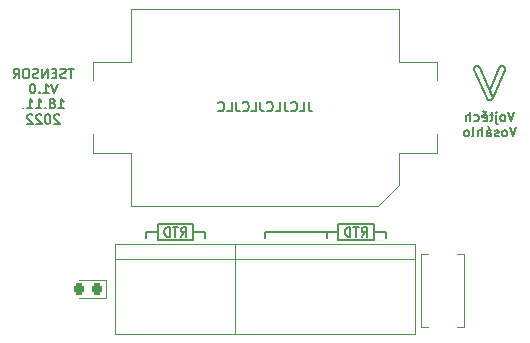
<source format=gbo>
G04 #@! TF.GenerationSoftware,KiCad,Pcbnew,(6.0.9)*
G04 #@! TF.CreationDate,2022-11-24T22:46:59+01:00*
G04 #@! TF.ProjectId,telinksensor-hw,74656c69-6e6b-4736-956e-736f722d6877,rev?*
G04 #@! TF.SameCoordinates,Original*
G04 #@! TF.FileFunction,Legend,Bot*
G04 #@! TF.FilePolarity,Positive*
%FSLAX46Y46*%
G04 Gerber Fmt 4.6, Leading zero omitted, Abs format (unit mm)*
G04 Created by KiCad (PCBNEW (6.0.9)) date 2022-11-24 22:46:59*
%MOMM*%
%LPD*%
G01*
G04 APERTURE LIST*
G04 Aperture macros list*
%AMRoundRect*
0 Rectangle with rounded corners*
0 $1 Rounding radius*
0 $2 $3 $4 $5 $6 $7 $8 $9 X,Y pos of 4 corners*
0 Add a 4 corners polygon primitive as box body*
4,1,4,$2,$3,$4,$5,$6,$7,$8,$9,$2,$3,0*
0 Add four circle primitives for the rounded corners*
1,1,$1+$1,$2,$3*
1,1,$1+$1,$4,$5*
1,1,$1+$1,$6,$7*
1,1,$1+$1,$8,$9*
0 Add four rect primitives between the rounded corners*
20,1,$1+$1,$2,$3,$4,$5,0*
20,1,$1+$1,$4,$5,$6,$7,0*
20,1,$1+$1,$6,$7,$8,$9,0*
20,1,$1+$1,$8,$9,$2,$3,0*%
G04 Aperture macros list end*
%ADD10C,0.098115*%
%ADD11C,0.150000*%
%ADD12C,0.172200*%
%ADD13C,0.120000*%
%ADD14C,6.400000*%
%ADD15C,0.800000*%
%ADD16C,0.700000*%
%ADD17O,0.800000X1.500000*%
%ADD18R,1.600000X2.000000*%
%ADD19R,2.600000X3.600000*%
%ADD20R,3.000000X3.000000*%
%ADD21C,3.000000*%
%ADD22RoundRect,0.218750X0.218750X0.256250X-0.218750X0.256250X-0.218750X-0.256250X0.218750X-0.256250X0*%
G04 APERTURE END LIST*
D10*
X183793978Y-93891937D02*
X183798742Y-93891014D01*
X185771527Y-93962146D02*
X185785478Y-93949266D01*
X183816238Y-93888415D02*
X183816238Y-93888415D01*
X184830316Y-96781287D02*
X184825778Y-96780136D01*
X184028468Y-93962151D02*
X184030707Y-93964407D01*
D11*
X160800000Y-107950000D02*
X160800000Y-108500000D01*
D10*
X183902446Y-93893072D02*
X183907007Y-93894142D01*
D12*
X185735325Y-94007262D02*
X185730208Y-94015681D01*
D10*
X183585568Y-94128587D02*
X183585944Y-94123884D01*
D12*
X185042744Y-96740560D02*
X185053119Y-96732837D01*
X185068525Y-96733281D02*
X185075953Y-96727229D01*
D10*
X184653939Y-96633037D02*
X184653939Y-96633037D01*
D12*
X183866865Y-93887653D02*
X183854288Y-93886922D01*
D10*
X184786117Y-96766176D02*
X184786117Y-96766176D01*
D12*
X183816234Y-93888447D02*
X183803512Y-93890222D01*
X184909628Y-96788658D02*
X184919232Y-96788428D01*
X184722817Y-96726207D02*
X184732578Y-96734172D01*
D10*
X183749886Y-93905048D02*
X183753001Y-93903840D01*
D11*
X155800000Y-107950000D02*
X155800000Y-108500000D01*
D12*
X185971037Y-93887306D02*
X185964686Y-93886975D01*
D10*
X183593055Y-94211015D02*
X183591887Y-94206267D01*
X183651628Y-93973059D02*
X183653760Y-93970722D01*
X183784464Y-93894059D02*
X183789218Y-93892952D01*
D11*
X159800000Y-107300000D02*
X159800000Y-108600000D01*
D12*
X184064672Y-94007263D02*
X184057420Y-93996430D01*
X186202366Y-94226833D02*
X186206108Y-94214225D01*
X185145725Y-96587115D02*
X185148249Y-96574869D01*
D10*
X183723982Y-93916925D02*
X183728429Y-93914645D01*
X183819418Y-93888070D02*
X183822596Y-93887762D01*
X183591601Y-94088340D02*
X183592323Y-94085302D01*
D12*
X184908382Y-96788191D02*
X184921099Y-96787055D01*
X183597623Y-94226830D02*
X183602036Y-94239358D01*
X184899991Y-96788531D02*
X184909628Y-96788658D01*
X185725377Y-94024349D02*
X185720840Y-94033263D01*
D10*
X184669219Y-96662612D02*
X184665091Y-96655474D01*
X183674309Y-93950798D02*
X183676742Y-93948711D01*
X184720435Y-96724094D02*
X184718074Y-96721993D01*
D12*
X184679912Y-96679071D02*
X184687636Y-96689446D01*
X185785479Y-93949293D02*
X185778397Y-93955594D01*
X184695809Y-96699355D02*
X184704412Y-96708791D01*
X183607130Y-94251783D02*
X183607130Y-94251783D01*
X186214908Y-94138076D02*
X186214176Y-94125499D01*
D10*
X184753112Y-96748518D02*
X184753112Y-96748518D01*
X184883042Y-96788548D02*
X184879890Y-96788418D01*
D12*
X183585469Y-94163411D02*
X183586605Y-94176128D01*
D11*
X175100000Y-107300000D02*
X175100000Y-108600000D01*
D10*
X183765527Y-93899421D02*
X183765527Y-93899421D01*
X183756124Y-93902672D02*
X183759253Y-93901546D01*
X183660335Y-93963856D02*
X183662585Y-93961617D01*
D12*
X184083389Y-94042420D02*
X184077678Y-94030266D01*
D10*
X184794724Y-96769831D02*
X184791841Y-96768647D01*
D12*
X185089880Y-96697655D02*
X185097844Y-96687894D01*
D10*
X184886198Y-96788639D02*
X184883042Y-96788548D01*
X183585075Y-94138027D02*
X183585278Y-94133301D01*
X184041523Y-93976121D02*
X184043607Y-93978552D01*
X183597417Y-94067288D02*
X183598391Y-94064326D01*
X183602035Y-94239307D02*
X183602035Y-94239307D01*
X186002841Y-93891322D02*
X186009190Y-93892615D01*
X183637108Y-93990687D02*
X183640461Y-93986326D01*
D12*
X184966443Y-96782038D02*
X184975658Y-96779737D01*
D10*
X183992069Y-93932059D02*
X183994645Y-93933841D01*
D12*
X184833358Y-96782052D02*
X184845603Y-96784577D01*
D10*
X183607135Y-94251741D02*
X183607135Y-94251741D01*
D11*
X159800000Y-107950000D02*
X160800000Y-107950000D01*
X172100000Y-108600000D02*
X172100000Y-107300000D01*
D10*
X183594316Y-94215756D02*
X183593055Y-94211015D01*
X183600301Y-94234621D02*
X183598662Y-94229921D01*
D12*
X185053124Y-96732839D02*
X185042750Y-96740562D01*
D10*
X183587582Y-94109859D02*
X183588295Y-94105214D01*
X183588295Y-94105214D02*
X183589090Y-94100587D01*
X184812303Y-96776202D02*
X184809341Y-96775230D01*
X184661164Y-96648164D02*
X184657445Y-96640684D01*
D12*
X184921099Y-96787055D02*
X184933821Y-96785280D01*
D10*
X184895692Y-96788668D02*
X184895692Y-96788668D01*
X183669529Y-93955047D02*
X183671905Y-93952909D01*
D12*
X184984329Y-96771624D02*
X184996754Y-96766530D01*
D10*
X183835303Y-93886935D02*
X183838477Y-93886826D01*
D12*
X184004755Y-93941330D02*
X183994650Y-93933872D01*
X184960804Y-96779322D02*
X184954748Y-96780912D01*
D10*
X184765202Y-96755704D02*
X184761131Y-96753383D01*
D12*
X185002680Y-96770855D02*
X185011448Y-96767246D01*
X183705421Y-93927690D02*
X183694589Y-93934942D01*
D10*
X186144080Y-93968423D02*
X186152543Y-93977819D01*
X184691673Y-96694418D02*
X184689645Y-96691927D01*
X184797621Y-96770981D02*
X184794724Y-96769831D01*
D12*
X184899991Y-96788531D02*
X184899991Y-96788531D01*
D10*
X183844813Y-93886729D02*
X183847976Y-93886739D01*
X183684215Y-93942613D02*
X183684215Y-93942613D01*
X184853318Y-96785813D02*
X184848680Y-96785073D01*
X184737590Y-96737916D02*
X184733825Y-96735085D01*
D12*
X185746381Y-93991184D02*
X185740719Y-93999095D01*
D10*
X184938316Y-96786866D02*
X184919242Y-96788385D01*
X184693729Y-96696879D02*
X184691673Y-96694418D01*
X183584984Y-94141182D02*
X183585075Y-94138027D01*
D12*
X185151864Y-96512091D02*
X185150727Y-96499373D01*
D10*
X183681694Y-93944617D02*
X183684215Y-93942613D01*
D12*
X185720840Y-94033263D02*
X185716608Y-94042419D01*
D10*
X186015530Y-93894071D02*
X186021857Y-93895693D01*
X183813056Y-93888796D02*
X183816238Y-93888415D01*
X184058351Y-93997730D02*
X184061105Y-94001761D01*
X185958355Y-93886774D02*
X185958355Y-93886774D01*
X184711135Y-96715507D02*
X184708870Y-96713284D01*
D12*
X184899991Y-95900027D02*
X184899991Y-95900027D01*
X185137152Y-96651401D02*
X185141759Y-96642367D01*
D10*
X184055531Y-93993763D02*
X184058351Y-93997730D01*
X184722819Y-96726164D02*
X184720435Y-96724094D01*
X184870463Y-96787806D02*
X184867331Y-96787528D01*
D12*
X185977394Y-93887795D02*
X185971037Y-93887306D01*
D10*
X183994645Y-93933841D02*
X183994645Y-93933841D01*
X184848680Y-96785073D02*
X184844059Y-96784250D01*
X184045664Y-93981013D02*
X184047694Y-93983503D01*
D12*
X184946526Y-96782857D02*
X184959193Y-96779779D01*
D10*
X185716602Y-94042392D02*
X185716602Y-94042392D01*
X183832127Y-93887084D02*
X183835303Y-93886935D01*
X183984227Y-93926911D02*
X183984227Y-93926911D01*
X183798742Y-93891014D02*
X183803510Y-93890182D01*
X186083294Y-93920901D02*
X186094576Y-93927661D01*
X183816238Y-93888415D02*
X183819418Y-93888070D01*
X183976206Y-93922047D02*
X183984227Y-93926911D01*
X183994645Y-93933841D02*
X183998474Y-93936578D01*
X184083384Y-94042392D02*
X184900000Y-95900000D01*
D12*
X185143459Y-96461277D02*
X185146537Y-96473944D01*
X183903975Y-93893450D02*
X183891730Y-93890925D01*
X183984222Y-93926930D02*
X183973493Y-93920511D01*
X185911342Y-93890382D02*
X185902119Y-93892110D01*
D10*
X183592323Y-94085302D02*
X183593082Y-94082273D01*
X186187215Y-94029852D02*
X186192562Y-94041121D01*
D12*
X184687636Y-96689446D02*
X184695809Y-96699355D01*
X183607435Y-94041148D02*
X183602635Y-94052654D01*
D10*
X183591601Y-94088340D02*
X183591601Y-94088340D01*
D12*
X184984775Y-96777104D02*
X184993786Y-96774142D01*
X186192858Y-94251786D02*
X186192858Y-94251786D01*
D10*
X183585075Y-94138027D02*
X183585075Y-94138027D01*
D12*
X185103471Y-96700165D02*
X185109757Y-96692703D01*
X185150727Y-96499373D02*
X185148952Y-96486652D01*
D10*
X184809341Y-96775230D02*
X184809341Y-96775230D01*
X184900000Y-95900000D02*
X185716602Y-94042392D01*
X183684215Y-93942613D02*
X183686765Y-93940640D01*
D12*
X183973493Y-93920511D02*
X183962483Y-93914623D01*
D10*
X183731428Y-93913165D02*
X183734453Y-93911717D01*
D12*
X185130209Y-96423716D02*
X185135303Y-96436142D01*
D10*
X183599401Y-94061377D02*
X183600445Y-94058440D01*
X183589090Y-94100587D02*
X183589665Y-94097513D01*
D12*
X186015521Y-93894098D02*
X186009181Y-93892641D01*
X186115773Y-93942663D02*
X186105399Y-93934940D01*
D10*
X184061105Y-94001761D02*
X184063791Y-94005856D01*
X183595671Y-94220488D02*
X183594316Y-94215756D01*
X184083384Y-94042392D02*
X184083384Y-94042392D01*
X183584934Y-94144341D02*
X183584984Y-94141182D01*
X183828950Y-93887269D02*
X183828950Y-93887269D01*
D12*
X184912156Y-96787858D02*
X184906070Y-96788266D01*
D10*
X183803510Y-93890182D02*
X183806690Y-93889679D01*
D12*
X183841643Y-93886805D02*
X183828951Y-93887311D01*
D10*
X185990125Y-93889223D02*
X185996485Y-93890192D01*
X183942603Y-93905598D02*
X183951214Y-93909252D01*
X183951214Y-93909252D02*
X183959691Y-93913213D01*
D12*
X185097844Y-96687894D02*
X185105302Y-96677789D01*
X184665900Y-96656958D02*
X184672660Y-96668239D01*
D10*
X184761131Y-96753383D02*
X184757101Y-96750987D01*
X184867331Y-96787528D02*
X184864206Y-96787213D01*
X184919242Y-96788385D02*
X184900002Y-96788489D01*
X183884005Y-93889616D02*
X183888643Y-93890355D01*
X184749165Y-96745976D02*
X184745262Y-96743362D01*
X183671905Y-93952909D02*
X183674309Y-93950798D01*
D12*
X183664869Y-93959441D02*
X183655916Y-93968451D01*
X186197353Y-94052654D02*
X186192553Y-94041147D01*
D10*
X183584955Y-94150669D02*
X183584924Y-94147504D01*
D12*
X183625089Y-94008141D02*
X183618670Y-94018870D01*
X185096939Y-96707352D02*
X185103471Y-96700165D01*
D10*
X183828950Y-93887269D02*
X183832127Y-93887084D01*
X186210913Y-94100607D02*
X186212848Y-94112985D01*
X184049696Y-93986024D02*
X184049696Y-93986024D01*
D12*
X186197952Y-94239360D02*
X186202366Y-94226833D01*
X184990824Y-96769056D02*
X184984863Y-96771421D01*
D10*
X184077675Y-94030239D02*
X184079153Y-94033237D01*
X184993792Y-96774098D02*
X184975665Y-96779693D01*
D12*
X186187206Y-94029879D02*
X186181318Y-94018869D01*
D10*
X184079153Y-94033237D02*
X184080597Y-94036262D01*
X183866869Y-93887610D02*
X183866869Y-93887610D01*
X184857974Y-96786469D02*
X184853318Y-96785813D01*
X184876743Y-96788251D02*
X184873601Y-96788047D01*
X184037275Y-93971348D02*
X184039412Y-93973720D01*
D12*
X185148959Y-96486649D02*
X185150734Y-96499371D01*
D10*
X184781863Y-96764235D02*
X184777643Y-96762216D01*
D12*
X185105307Y-96677790D02*
X185097850Y-96687895D01*
X184966846Y-96777579D02*
X184960804Y-96779322D01*
X183655916Y-93968451D02*
X183647453Y-93977847D01*
D10*
X185060899Y-96738996D02*
X185045081Y-96749622D01*
X186201605Y-94064351D02*
X186205283Y-94076269D01*
D12*
X185008909Y-96760818D02*
X185020631Y-96754572D01*
X185138941Y-96611125D02*
X185142619Y-96599207D01*
D10*
X183586257Y-94172897D02*
X183585814Y-94168126D01*
D12*
X186211608Y-94188853D02*
X186213383Y-94176130D01*
X185146053Y-96633083D02*
X186192858Y-94251786D01*
D10*
X184864206Y-96787213D02*
X184861086Y-96786860D01*
X185971046Y-93887279D02*
X185977403Y-93887768D01*
D12*
X186214176Y-94125499D02*
X186212839Y-94113011D01*
X185758473Y-93976145D02*
X185752302Y-93983533D01*
X186125683Y-93950837D02*
X186115773Y-93942663D01*
X185778397Y-93955594D02*
X185771529Y-93962172D01*
D10*
X183916060Y-93896526D02*
X183925017Y-93899232D01*
D12*
X183951215Y-93909276D02*
X183939709Y-93904476D01*
X185866117Y-93902282D02*
X185857384Y-93905621D01*
X186105399Y-93934940D02*
X186094566Y-93927687D01*
X183891730Y-93890925D02*
X183879353Y-93888990D01*
X184041523Y-93976146D02*
X184032921Y-93966711D01*
X184996754Y-96766530D02*
X185008909Y-96760818D01*
X186135118Y-93959439D02*
X186125683Y-93950837D01*
X185063034Y-96724665D02*
X185053124Y-96732839D01*
X184959193Y-96779779D02*
X184971801Y-96776038D01*
X186021848Y-93895720D02*
X186015521Y-93894098D01*
D10*
X185815773Y-93926901D02*
X185831974Y-93917471D01*
D12*
X185121549Y-96676970D02*
X185127038Y-96668706D01*
X184996760Y-96766532D02*
X184990824Y-96769056D01*
D10*
X183602639Y-94052606D02*
X183604670Y-94047544D01*
X183879350Y-93888960D02*
X183884005Y-93889616D01*
D12*
X185020082Y-96763319D02*
X185028571Y-96759078D01*
D10*
X183585279Y-94160183D02*
X183585133Y-94157009D01*
D12*
X185150734Y-96499371D02*
X185151870Y-96512089D01*
D10*
X184082007Y-94039314D02*
X184083384Y-94042392D01*
X183998474Y-93936578D02*
X184002256Y-93939387D01*
D12*
X185129898Y-96634354D02*
X185134698Y-96622848D01*
D10*
X184073041Y-94021407D02*
X184074619Y-94024324D01*
D12*
X185135296Y-96436144D02*
X185130202Y-96423718D01*
D10*
X183728429Y-93914645D02*
X183728429Y-93914645D01*
X186040740Y-93901558D02*
X186046992Y-93903849D01*
D12*
X185920636Y-93888986D02*
X185911342Y-93890382D01*
D10*
X185045081Y-96749622D02*
X185028574Y-96759033D01*
D12*
X185752302Y-93983533D02*
X185746381Y-93991184D01*
X185929992Y-93887927D02*
X185920636Y-93888986D01*
X185857384Y-93905621D02*
X185848776Y-93909273D01*
D10*
X184706630Y-96711030D02*
X184704415Y-96708747D01*
D12*
X185118663Y-96656632D02*
X185124551Y-96645623D01*
X183716702Y-93920930D02*
X183705421Y-93927690D01*
X185740719Y-93999095D02*
X185735325Y-94007262D01*
D10*
X183689343Y-93938695D02*
X183691950Y-93936779D01*
D12*
X184972871Y-96775682D02*
X184966846Y-96777579D01*
D10*
X185115783Y-96684927D02*
X185103470Y-96700121D01*
D12*
X184906070Y-96788266D02*
X184899991Y-96788531D01*
X183587149Y-94113010D02*
X183585812Y-94125497D01*
D10*
X183598662Y-94229921D02*
X183597119Y-94225210D01*
D12*
X185134698Y-96622848D02*
X185138941Y-96611125D01*
X185045079Y-96749666D02*
X185053079Y-96744503D01*
X185730208Y-94015681D02*
X185725377Y-94024349D01*
X183632031Y-93997713D02*
X183625089Y-94008141D01*
D10*
X183753001Y-93903840D02*
X183753001Y-93903840D01*
D12*
X186083285Y-93920927D02*
X186071564Y-93914681D01*
D10*
X183619059Y-94018145D02*
X183621817Y-94013424D01*
D11*
X172100000Y-107950000D02*
X171100000Y-107950000D01*
D12*
X184948681Y-96782351D02*
X184942603Y-96783639D01*
D10*
X183585133Y-94157009D02*
X183585025Y-94153838D01*
D12*
X185764885Y-93969024D02*
X185758473Y-93976145D01*
X186059409Y-93908970D02*
X186053210Y-93906337D01*
X185848776Y-93909273D02*
X185840302Y-93913233D01*
X185127038Y-96668706D02*
X185132242Y-96660182D01*
D10*
X184020435Y-93954499D02*
X184023914Y-93957731D01*
D12*
X185081417Y-96707051D02*
X185089880Y-96697655D01*
D10*
X184665091Y-96655474D02*
X184661164Y-96648164D01*
X183984227Y-93926911D02*
X183986861Y-93928597D01*
D12*
X183585081Y-94138074D02*
X183584964Y-94150719D01*
D10*
X183857444Y-93887003D02*
X183860591Y-93887167D01*
X183588127Y-94187214D02*
X183587413Y-94182442D01*
D12*
X186160499Y-93987607D02*
X186152534Y-93977845D01*
D10*
X183968025Y-93917480D02*
X183976206Y-93922047D01*
X183879350Y-93888960D02*
X183879350Y-93888960D01*
X183907007Y-93894142D02*
X183911545Y-93895293D01*
X183647458Y-93977804D02*
X183647458Y-93977804D01*
D12*
X185060898Y-96739040D02*
X185068525Y-96733281D01*
D10*
X184039412Y-93973720D02*
X184041523Y-93976121D01*
X183803510Y-93890182D02*
X183803510Y-93890182D01*
X183759253Y-93901546D02*
X183762387Y-93900462D01*
D12*
X185042750Y-96740562D02*
X185031918Y-96747815D01*
D10*
X184032922Y-93966692D02*
X184035111Y-93969005D01*
X186212848Y-94112985D02*
X186214185Y-94125472D01*
X186071573Y-93914655D02*
X186083294Y-93920901D01*
D12*
X185148952Y-96486652D02*
X185146530Y-96473947D01*
D10*
X183989475Y-93930312D02*
X183992069Y-93932059D01*
D12*
X185840302Y-93913233D02*
X185831970Y-93917498D01*
D10*
X183959691Y-93913213D02*
X183968025Y-93917480D01*
D12*
X185983754Y-93888443D02*
X185977394Y-93887795D01*
D10*
X185146049Y-96633041D02*
X185137148Y-96651358D01*
D12*
X185150190Y-96562491D02*
X185148255Y-96574868D01*
X185800250Y-93937535D02*
X185792766Y-93943272D01*
X183916068Y-93896555D02*
X183903975Y-93893450D01*
D10*
X186202375Y-94226807D02*
X186197962Y-94239334D01*
X185028574Y-96759033D02*
X185011453Y-96767201D01*
X184718074Y-96721993D02*
X184715737Y-96719862D01*
X184900002Y-96788489D02*
X184895692Y-96788668D01*
X183711007Y-93924203D02*
X183715270Y-93921705D01*
X184713424Y-96717699D02*
X184713424Y-96717699D01*
X184080597Y-94036262D02*
X184082007Y-94039314D01*
D12*
X185883922Y-93896551D02*
X185874966Y-93899257D01*
D10*
X183770247Y-93897940D02*
X183774977Y-93896553D01*
X183662585Y-93961617D02*
X183664868Y-93959402D01*
X186214917Y-94138049D02*
X186215034Y-94150695D01*
X184063791Y-94005856D02*
X184066408Y-94010015D01*
X183595576Y-94073249D02*
X183596479Y-94070263D01*
X183585462Y-94163359D02*
X183585462Y-94163359D01*
D12*
X185083170Y-96720888D02*
X185090169Y-96714261D01*
X185130202Y-96423718D02*
X185130202Y-96423718D01*
D10*
X184773459Y-96760121D02*
X184769311Y-96757950D01*
D12*
X186152534Y-93977845D02*
X186144071Y-93968449D01*
D10*
X184803455Y-96773176D02*
X184800531Y-96772096D01*
X183691950Y-93936779D02*
X183694586Y-93934892D01*
D12*
X186028161Y-93897507D02*
X186021848Y-93895720D01*
D10*
X183986861Y-93928597D02*
X183989475Y-93930312D01*
D12*
X184845603Y-96784577D02*
X184857981Y-96786511D01*
X186208380Y-94088388D02*
X186205274Y-94076295D01*
D10*
X186214185Y-94125472D02*
X186214917Y-94138049D01*
X183586952Y-94114519D02*
X183587582Y-94109859D01*
X186192868Y-94251760D02*
X186192868Y-94251760D01*
D12*
X185112244Y-96667361D02*
X185118663Y-96656632D01*
D10*
X183593082Y-94082273D02*
X183593878Y-94079254D01*
D12*
X186205274Y-94076295D02*
X186201596Y-94064377D01*
D10*
X183605797Y-94248644D02*
X183604500Y-94245538D01*
D12*
X183740578Y-93908972D02*
X183740578Y-93908972D01*
X183927986Y-93900233D02*
X183916068Y-93896555D01*
X185075953Y-96727229D02*
X185083170Y-96720888D01*
D10*
X183916060Y-93896526D02*
X183916060Y-93896526D01*
X184809341Y-96775230D02*
X184806391Y-96774221D01*
D12*
X184918246Y-96787307D02*
X184912156Y-96787858D01*
D10*
X186167965Y-93997685D02*
X186174908Y-94008113D01*
D12*
X184077678Y-94030266D02*
X184071432Y-94018544D01*
D10*
X184005992Y-93942268D02*
X184009678Y-93945221D01*
X183925017Y-93899232D02*
X183933867Y-93902257D01*
X183806690Y-93889679D02*
X183809873Y-93889217D01*
D12*
X184032921Y-93966711D02*
X184023912Y-93957758D01*
D10*
X184002256Y-93939387D02*
X184005992Y-93942268D01*
X185137148Y-96651358D02*
X185127034Y-96668663D01*
D12*
X186214519Y-94163413D02*
X186215025Y-94150721D01*
D10*
X184883042Y-96788548D02*
X184883042Y-96788548D01*
X185958355Y-93886774D02*
X185964696Y-93886948D01*
D12*
X184014516Y-93949294D02*
X184004755Y-93941330D01*
D10*
X186197362Y-94052628D02*
X186201605Y-94064351D01*
D12*
X185146537Y-96473944D02*
X185148959Y-96486649D01*
D10*
X184071431Y-94018518D02*
X184073041Y-94021407D01*
X184682761Y-96682976D02*
X184678060Y-96676365D01*
X183589825Y-94196750D02*
X183588931Y-94191984D01*
X184715737Y-96719862D02*
X184713424Y-96717699D01*
X183679204Y-93946650D02*
X183681694Y-93944617D01*
D12*
X185815771Y-93926928D02*
X185807921Y-93932086D01*
X184023912Y-93957758D02*
X184014516Y-93949294D01*
D10*
X183655922Y-93968409D02*
X183655922Y-93968409D01*
D12*
X183694589Y-93934942D02*
X183684214Y-93942665D01*
X185141759Y-96642367D02*
X185146053Y-96633083D01*
D10*
X183613849Y-94027748D02*
X183616403Y-94022920D01*
D12*
X184763840Y-96754991D02*
X184774850Y-96760878D01*
D10*
X183674309Y-93950798D02*
X183674309Y-93950798D01*
X184016901Y-93951337D02*
X184020435Y-93954499D01*
D12*
X184936519Y-96784777D02*
X184930430Y-96785767D01*
X185939402Y-93887207D02*
X185929992Y-93887927D01*
D10*
X186125692Y-93950810D02*
X186135127Y-93959413D01*
X186192868Y-94251760D02*
X185146049Y-96633041D01*
X183640461Y-93986326D02*
X183643912Y-93982031D01*
X184900000Y-95900000D02*
X184900000Y-95900000D01*
X186209195Y-94201531D02*
X186206117Y-94214199D01*
X184689645Y-96691927D02*
X184687643Y-96689406D01*
D12*
X184947758Y-96785628D02*
X184957140Y-96784003D01*
D10*
X183664868Y-93959402D02*
X183664868Y-93959402D01*
X184047694Y-93983503D02*
X184049696Y-93986024D01*
X183658114Y-93966120D02*
X183660335Y-93963856D01*
X186046992Y-93903849D02*
X186053219Y-93906311D01*
D12*
X186040731Y-93901584D02*
X186034456Y-93899462D01*
X184975658Y-96779737D02*
X184984775Y-96777104D01*
X185031918Y-96747815D02*
X185020636Y-96754574D01*
X184071432Y-94018544D02*
X184064672Y-94007263D01*
D10*
X185964696Y-93886948D02*
X185971046Y-93887279D01*
D12*
X186212839Y-94113011D02*
X186210904Y-94100634D01*
D10*
X183585462Y-94163359D02*
X183585279Y-94160183D01*
X184708870Y-96713284D02*
X184706630Y-96711030D01*
X186192562Y-94041121D02*
X186197362Y-94052628D01*
D12*
X185090169Y-96714261D02*
X185096939Y-96707352D01*
D11*
X176100000Y-107950000D02*
X176100000Y-108500000D01*
D12*
X183612782Y-94029879D02*
X183607435Y-94041148D01*
X183639489Y-93987608D02*
X183632031Y-93997713D01*
D11*
X171100000Y-107950000D02*
X165900000Y-107950000D01*
D10*
X184757101Y-96750987D02*
X184753112Y-96748518D01*
X184900002Y-96788489D02*
X184900002Y-96788489D01*
D12*
X186144071Y-93968449D02*
X186135118Y-93959439D01*
D10*
X183702669Y-93929409D02*
X183706807Y-93926771D01*
X183728429Y-93914645D02*
X183731428Y-93913165D01*
X186115782Y-93942637D02*
X186125692Y-93950810D01*
X183590811Y-94201511D02*
X183589825Y-94196750D01*
X185800251Y-93937509D02*
X185815773Y-93926901D01*
X183933867Y-93902257D02*
X183942603Y-93905598D01*
X184861086Y-96786860D02*
X184857974Y-96786469D01*
D12*
X183728424Y-93914684D02*
X183716702Y-93920930D01*
D10*
X183598391Y-94064326D02*
X183598391Y-94064326D01*
D12*
X185135303Y-96436142D02*
X185139717Y-96448669D01*
D10*
X183737505Y-93910303D02*
X183740583Y-93908925D01*
X183603245Y-94242426D02*
X183602035Y-94239307D01*
D12*
X183647453Y-93977847D02*
X183639489Y-93987608D01*
X185028571Y-96759078D02*
X185036906Y-96754525D01*
D10*
X183653760Y-93970722D02*
X183655922Y-93968409D01*
D12*
X186181318Y-94018869D02*
X186174899Y-94008140D01*
D10*
X184009678Y-93945221D02*
X184013315Y-93948244D01*
D11*
X171100000Y-107950000D02*
X171100000Y-108500000D01*
D12*
X185151870Y-96512089D02*
X185152376Y-96524781D01*
X186206108Y-94214225D02*
X186209186Y-94201558D01*
D10*
X183765527Y-93899421D02*
X183770247Y-93897940D01*
X183746778Y-93906297D02*
X183749886Y-93905048D01*
X184704415Y-96708747D02*
X184702225Y-96706433D01*
D12*
X183618670Y-94018870D02*
X183612782Y-94029879D01*
D10*
X183627636Y-94004150D02*
X183630694Y-93999600D01*
D12*
X185139717Y-96448669D02*
X185143459Y-96461277D01*
D10*
X186214528Y-94163387D02*
X186213392Y-94176104D01*
X184013315Y-93948244D02*
X184016901Y-93951337D01*
X183594709Y-94076246D02*
X183595576Y-94073249D01*
X184026204Y-93959925D02*
X184028468Y-93962151D01*
D12*
X184083389Y-94042420D02*
X184083389Y-94042420D01*
D10*
X184806391Y-96774221D02*
X184803455Y-96773176D01*
D11*
X156800000Y-108600000D02*
X156800000Y-107300000D01*
D10*
X185716602Y-94042392D02*
X185725371Y-94024323D01*
X183601524Y-94055517D02*
X183602639Y-94052606D01*
X186211617Y-94188826D02*
X186209195Y-94201531D01*
X183838477Y-93886826D02*
X183841647Y-93886759D01*
X183851136Y-93886788D02*
X183854292Y-93886876D01*
D12*
X185139710Y-96448672D02*
X185135296Y-96436144D01*
X185124551Y-96645623D02*
X185129898Y-96634354D01*
X186059409Y-93908970D02*
X186059409Y-93908970D01*
X186201596Y-94064377D02*
X186197353Y-94052654D01*
X186167956Y-93997712D02*
X186160499Y-93987607D01*
X186215025Y-94150721D02*
X186214908Y-94138076D01*
D10*
X183860591Y-93887167D02*
X183863733Y-93887370D01*
X186181327Y-94018843D02*
X186187215Y-94029852D01*
D12*
X186209186Y-94201558D02*
X186211608Y-94188853D01*
X185996476Y-93890218D02*
X185990116Y-93889250D01*
D10*
X183911545Y-93895293D02*
X183916060Y-93896526D01*
D11*
X156800000Y-107950000D02*
X155800000Y-107950000D01*
D12*
X183684214Y-93942665D02*
X183674305Y-93950839D01*
D10*
X184844059Y-96784250D02*
X184839458Y-96783344D01*
X183586406Y-94119195D02*
X183586952Y-94114519D01*
X183630694Y-93999600D02*
X183633852Y-93995112D01*
X183586790Y-94177669D02*
X183586257Y-94172897D01*
X183762387Y-93900462D02*
X183765527Y-93899421D01*
X184957148Y-96783959D02*
X184938316Y-96786866D01*
D11*
X175100000Y-107950000D02*
X176100000Y-107950000D01*
D12*
X185031912Y-96747812D02*
X185042744Y-96740560D01*
D10*
X185831974Y-93917471D02*
X185848781Y-93909247D01*
X184821263Y-96778904D02*
X184821263Y-96778904D01*
X183686765Y-93940640D02*
X183689343Y-93938695D01*
X183740583Y-93908925D02*
X183743678Y-93907589D01*
X184695813Y-96699312D02*
X184695813Y-96699312D01*
D12*
X184933821Y-96785280D02*
X184946526Y-96782857D01*
D10*
X183589090Y-94100587D02*
X183589090Y-94100587D01*
X185866124Y-93902255D02*
X185883929Y-93896525D01*
X183664868Y-93959402D02*
X183667183Y-93957212D01*
D12*
X183586605Y-94176128D02*
X183588381Y-94188850D01*
D10*
X183649527Y-93975419D02*
X183651628Y-93973059D01*
D12*
X185089885Y-96697657D02*
X185081422Y-96707053D01*
X185807921Y-93932086D02*
X185800250Y-93937535D01*
D10*
X185746376Y-93991158D02*
X185758469Y-93976119D01*
X183897865Y-93892084D02*
X183902446Y-93893072D01*
X183706807Y-93926771D02*
X183711007Y-93924203D01*
D12*
X184659654Y-96645236D02*
X184665900Y-96656958D01*
D10*
X183789218Y-93892952D02*
X183793978Y-93891937D01*
X184678060Y-96676365D02*
X184673544Y-96669577D01*
D12*
X185008915Y-96760821D02*
X184996760Y-96766532D01*
X183594714Y-94076295D02*
X183591608Y-94088387D01*
X184809347Y-96775268D02*
X184821266Y-96778947D01*
D10*
X185939411Y-93887181D02*
X185958355Y-93886774D01*
X183590274Y-94094446D02*
X183590918Y-94091388D01*
D12*
X186192858Y-94251786D02*
X186197952Y-94239360D01*
D10*
X184879890Y-96788418D02*
X184876743Y-96788251D01*
X185146049Y-96633041D02*
X185146049Y-96633041D01*
D11*
X159800000Y-108600000D02*
X156800000Y-108600000D01*
D10*
X183633852Y-93995112D02*
X183637108Y-93990687D01*
D12*
X186210904Y-94100634D02*
X186208380Y-94088388D01*
D10*
X183719596Y-93919279D02*
X183723982Y-93916925D01*
X183611398Y-94032626D02*
X183613849Y-94027748D01*
X184697924Y-96701716D02*
X184695813Y-96699312D01*
X183597119Y-94225210D02*
X183595671Y-94220488D01*
D12*
X183593881Y-94214222D02*
X183597623Y-94226830D01*
X185081422Y-96707053D02*
X185072469Y-96716063D01*
X184996754Y-96766530D02*
X184996754Y-96766530D01*
D10*
X186206117Y-94214199D02*
X186202375Y-94226807D01*
D12*
X184938307Y-96786909D02*
X184947758Y-96785628D01*
D10*
X184722819Y-96726164D02*
X184722819Y-96726164D01*
D12*
X185036906Y-96754525D02*
X185045079Y-96749666D01*
D10*
X186009190Y-93892615D02*
X186015530Y-93894071D01*
D12*
X184883045Y-96788580D02*
X184895690Y-96788697D01*
X184753111Y-96748572D02*
X184763840Y-96754991D01*
D10*
X183590918Y-94091388D02*
X183591601Y-94088340D01*
D12*
X185130209Y-96423716D02*
X185130209Y-96423716D01*
D10*
X184726438Y-96729209D02*
X184722819Y-96726164D01*
X184713424Y-96717699D02*
X184711135Y-96715507D01*
X183598391Y-94064326D02*
X183599401Y-94061377D01*
D12*
X185948855Y-93886830D02*
X185939402Y-93887207D01*
X184924338Y-96786610D02*
X184918246Y-96787307D01*
X185716608Y-94042419D02*
X185716608Y-94042419D01*
D10*
X184800531Y-96772096D02*
X184797621Y-96770981D01*
X184035111Y-93969005D02*
X184037275Y-93971348D01*
D12*
X185990116Y-93889250D02*
X185983754Y-93888443D01*
X185958345Y-93886801D02*
X185958345Y-93886801D01*
D10*
X183740583Y-93908925D02*
X183740583Y-93908925D01*
X185725371Y-94024323D02*
X185735319Y-94007235D01*
X185883929Y-93896525D02*
X185902127Y-93892084D01*
X183809873Y-93889217D02*
X183813056Y-93888796D01*
D12*
X184930430Y-96785767D02*
X184924338Y-96786610D01*
X184732578Y-96734172D02*
X184742683Y-96741629D01*
X185150184Y-96562492D02*
X185151521Y-96550005D01*
D10*
X184052646Y-93989861D02*
X184055531Y-93993763D01*
X186215034Y-94150695D02*
X186214528Y-94163387D01*
D12*
X183674305Y-93950839D02*
X183664869Y-93959441D01*
X184870468Y-96787849D02*
X184883045Y-96788580D01*
X185115786Y-96684971D02*
X185121549Y-96676970D01*
D10*
X183643912Y-93982031D02*
X183647458Y-93977804D01*
X183893263Y-93891178D02*
X183897865Y-93892084D01*
D12*
X185138947Y-96611125D02*
X185134704Y-96622848D01*
D10*
X183873122Y-93888210D02*
X183876238Y-93888567D01*
X185735319Y-94007235D02*
X185746376Y-93991158D01*
X184030707Y-93964407D02*
X184032922Y-93966692D01*
D12*
X184774850Y-96760878D02*
X184786118Y-96766226D01*
X185130202Y-96423718D02*
X184083389Y-94042420D01*
X186071564Y-93914681D02*
X186059409Y-93908970D01*
D10*
X186135127Y-93959413D02*
X186144080Y-93968423D01*
D12*
X183765532Y-93899464D02*
X183753004Y-93903878D01*
D10*
X184889360Y-96788687D02*
X184886198Y-96788639D01*
X185103470Y-96700121D02*
X185090168Y-96714217D01*
D12*
X184857981Y-96786511D02*
X184870468Y-96787849D01*
X184928795Y-96787844D02*
X184938307Y-96786909D01*
X184797625Y-96771025D02*
X184809347Y-96775268D01*
D10*
X184702225Y-96706433D02*
X184700061Y-96704090D01*
X183854292Y-93886876D02*
X183857444Y-93887003D01*
X183647458Y-93977804D02*
X183649527Y-93975419D01*
X183588931Y-94191984D02*
X183588127Y-94187214D01*
X186174908Y-94008113D02*
X186181327Y-94018843D01*
X184066408Y-94010015D02*
X184068955Y-94014235D01*
X183841646Y-93886758D02*
X183841646Y-93886758D01*
X183585814Y-94168126D02*
X183585462Y-94163359D01*
D12*
X184978877Y-96773630D02*
X184972871Y-96775682D01*
X183590803Y-94201555D02*
X183593881Y-94214222D01*
D10*
X184821263Y-96778904D02*
X184818265Y-96778037D01*
X184788972Y-96767428D02*
X184786117Y-96766176D01*
D12*
X183740578Y-93908972D02*
X183740578Y-93908972D01*
D10*
X183585944Y-94123884D02*
X183586406Y-94119195D01*
D12*
X186094566Y-93927687D02*
X186083285Y-93920927D01*
X185011448Y-96767246D02*
X185020082Y-96763319D01*
D10*
X184857974Y-96786469D02*
X184857974Y-96786469D01*
X183602035Y-94239307D02*
X183600301Y-94234621D01*
D12*
X184786118Y-96766226D02*
X184797625Y-96771025D01*
X183588381Y-94188850D02*
X183590803Y-94201555D01*
X185152259Y-96537426D02*
X185151527Y-96550003D01*
D10*
X183593878Y-94079254D02*
X183594709Y-94076246D01*
X184975665Y-96779693D02*
X184957148Y-96783959D01*
D12*
X184713421Y-96717744D02*
X184722817Y-96726207D01*
D10*
X183667183Y-93957212D02*
X183669529Y-93955047D01*
X186034465Y-93899435D02*
X186040740Y-93901558D01*
D12*
X185097850Y-96687895D02*
X185089885Y-96697657D01*
X185124557Y-96645623D02*
X185118669Y-96656633D01*
X185112250Y-96667362D02*
X185105307Y-96677790D01*
X183879353Y-93888990D02*
X183866865Y-93887653D01*
X185902119Y-93892110D02*
X185892976Y-93894168D01*
X186034456Y-93899462D02*
X186028161Y-93897507D01*
D10*
X185920645Y-93888960D02*
X185939411Y-93887181D01*
D12*
X183790807Y-93892644D02*
X183778140Y-93895722D01*
D10*
X184071431Y-94018518D02*
X184071431Y-94018518D01*
X184700061Y-96704090D02*
X184697924Y-96701716D01*
D12*
X185118669Y-96656633D02*
X185112250Y-96667362D01*
X185072463Y-96716061D02*
X185081417Y-96707051D01*
X185823790Y-93922064D02*
X185815771Y-93926928D01*
D10*
X183621817Y-94013424D02*
X183624676Y-94008758D01*
D12*
X185151527Y-96550003D02*
X185150190Y-96562491D01*
D10*
X186205283Y-94076269D02*
X186208389Y-94088362D01*
X186094576Y-93927661D02*
X186105408Y-93934913D01*
X183609051Y-94037552D02*
X183611398Y-94032626D01*
X184687643Y-96689406D02*
X184682761Y-96682976D01*
D12*
X185109757Y-96692703D02*
X185115786Y-96684971D01*
D10*
X186105408Y-93934913D02*
X186115782Y-93942637D01*
D12*
X185132242Y-96660182D02*
X185137152Y-96651401D01*
X183584964Y-94150719D02*
X183585469Y-94163411D01*
X183753004Y-93903878D02*
X183740578Y-93908972D01*
D10*
X183604500Y-94245538D02*
X183603245Y-94242426D01*
D12*
X185053079Y-96744503D02*
X185060898Y-96739040D01*
D10*
X184076163Y-94027268D02*
X184077675Y-94030239D01*
D12*
X186046983Y-93903876D02*
X186040731Y-93901584D01*
X185105302Y-96677789D02*
X185112244Y-96667361D01*
D10*
X184043607Y-93978552D02*
X184045664Y-93981013D01*
X183888643Y-93890355D02*
X183893263Y-93891178D01*
X183863733Y-93887370D02*
X183866869Y-93887610D01*
X183596479Y-94070263D02*
X183597417Y-94067288D01*
X185127034Y-96668663D02*
X185115783Y-96684927D01*
D12*
X183828951Y-93887311D02*
X183816234Y-93888447D01*
X185964686Y-93886975D02*
X185958345Y-93886801D01*
X186213383Y-94176130D02*
X186214519Y-94163413D01*
D10*
X183590811Y-94201511D02*
X183590811Y-94201511D01*
X184892525Y-96788696D02*
X184889360Y-96788687D01*
D12*
X185831970Y-93917498D02*
X185823790Y-93922064D01*
X183803512Y-93890222D02*
X183790807Y-93892644D01*
X183740578Y-93908972D02*
X183728424Y-93914684D01*
D10*
X183694586Y-93934892D02*
X183698596Y-93932117D01*
D12*
X184821266Y-96778947D02*
X184833358Y-96782052D01*
X185063028Y-96724663D02*
X185072463Y-96716061D01*
X185145731Y-96587114D02*
X185142625Y-96599206D01*
D11*
X175100000Y-108600000D02*
X172100000Y-108600000D01*
D10*
X183584924Y-94147504D02*
X183584934Y-94144341D01*
D12*
X185020631Y-96754572D02*
X185031912Y-96747812D01*
D10*
X184834876Y-96782357D02*
X184830316Y-96781287D01*
X184032922Y-93966692D02*
X184032922Y-93966692D01*
X183841647Y-93886759D02*
X183841646Y-93886758D01*
D12*
X185892976Y-93894168D02*
X185883922Y-93896551D01*
D10*
X183604670Y-94047544D02*
X183606808Y-94042525D01*
X184074619Y-94024324D02*
X184076163Y-94027268D01*
X183607135Y-94251741D02*
X183605797Y-94248644D01*
D12*
X183585812Y-94125497D02*
X183585081Y-94138074D01*
X184049697Y-93986056D02*
X184041523Y-93976146D01*
X184993786Y-96774142D02*
X185002680Y-96770855D01*
D10*
X184023914Y-93957731D02*
X184023914Y-93957731D01*
D12*
X185148249Y-96574869D02*
X185150184Y-96562492D01*
X185053119Y-96732837D02*
X185063028Y-96724663D01*
X185072469Y-96716063D02*
X185063034Y-96724665D01*
D10*
X184815278Y-96777137D02*
X184812303Y-96776202D01*
D12*
X185134704Y-96622848D02*
X185129904Y-96634354D01*
D10*
X184839458Y-96783344D02*
X184834876Y-96782357D01*
X186053219Y-93906311D02*
X186059418Y-93908944D01*
D12*
X185146053Y-96633083D02*
X185146053Y-96633083D01*
X185129904Y-96634354D02*
X185124557Y-96645623D01*
D10*
X183734453Y-93911717D02*
X183737505Y-93910303D01*
X186208389Y-94088362D02*
X186210913Y-94100607D01*
X186152543Y-93977819D02*
X186160508Y-93987580D01*
D12*
X185874966Y-93899257D02*
X185866117Y-93902282D01*
X185151521Y-96550005D02*
X185152252Y-96537428D01*
D10*
X184873601Y-96788047D02*
X184870463Y-96787806D01*
D12*
X184919232Y-96788428D02*
X184928795Y-96787844D01*
D10*
X183779717Y-93895260D02*
X183784464Y-93894059D01*
D12*
X183607130Y-94251783D02*
X184653943Y-96633082D01*
D10*
X183743678Y-93907589D02*
X183746778Y-93906297D01*
D12*
X184899991Y-95900027D02*
X185130209Y-96423716D01*
D10*
X185848781Y-93909247D02*
X185866124Y-93902255D01*
X183876238Y-93888567D02*
X183879350Y-93888960D01*
D12*
X183778140Y-93895722D02*
X183765532Y-93899464D01*
D10*
X184653939Y-96633037D02*
X183607135Y-94251741D01*
X184753112Y-96748518D02*
X184749165Y-96745976D01*
D12*
X185020636Y-96754574D02*
X185008915Y-96760821D01*
D10*
X184733825Y-96735085D02*
X184730107Y-96732183D01*
X185902127Y-93892084D02*
X185920645Y-93888960D01*
D12*
X184954748Y-96780912D02*
X184948681Y-96782351D01*
D10*
X183870000Y-93887890D02*
X183873122Y-93888210D01*
X183616403Y-94022920D02*
X183619059Y-94018145D01*
D12*
X185146530Y-96473947D02*
X185143452Y-96461279D01*
X186174899Y-94008140D02*
X186167956Y-93997712D01*
X183994650Y-93933872D02*
X183984222Y-93926930D01*
D10*
X186028170Y-93897481D02*
X186034465Y-93899435D01*
X184695813Y-96699312D02*
X184693729Y-96696879D01*
D12*
X185771529Y-93962172D02*
X185764885Y-93969024D01*
X185958345Y-93886801D02*
X185958345Y-93886801D01*
X184704412Y-96708791D02*
X184713421Y-96717744D01*
X183598392Y-94064377D02*
X183594714Y-94076295D01*
X186053210Y-93906337D02*
X186046983Y-93903876D01*
D10*
X184657445Y-96640684D02*
X184653939Y-96633037D01*
D12*
X185152252Y-96537428D02*
X185152369Y-96524783D01*
D10*
X186197962Y-94239334D02*
X186192868Y-94251760D01*
D12*
X183589084Y-94100633D02*
X183587149Y-94113010D01*
D10*
X183585278Y-94133301D02*
X183585568Y-94128587D01*
D12*
X183591608Y-94088387D02*
X183589084Y-94100633D01*
X183939709Y-93904476D02*
X183927986Y-93900233D01*
D10*
X184769311Y-96757950D02*
X184765202Y-96755704D01*
D12*
X185152376Y-96524781D02*
X185152259Y-96537426D01*
D10*
X183585025Y-94153838D02*
X183584955Y-94150669D01*
D12*
X185716608Y-94042419D02*
X184899991Y-95900027D01*
D10*
X185996485Y-93890192D02*
X186002841Y-93891322D01*
D12*
X184653943Y-96633082D02*
X184659654Y-96645236D01*
X184942603Y-96783639D02*
X184936519Y-96784777D01*
D10*
X183753001Y-93903840D02*
X183756124Y-93902672D01*
D12*
X183854288Y-93886922D02*
X183841643Y-93886805D01*
X184984863Y-96771421D02*
X184978877Y-96773630D01*
X185142619Y-96599207D02*
X185145725Y-96587115D01*
D10*
X184791841Y-96768647D02*
X184788972Y-96767428D01*
X183841646Y-93886758D02*
X183844813Y-93886729D01*
X183600445Y-94058440D02*
X183601524Y-94055517D01*
X184818265Y-96778037D02*
X184815278Y-96777137D01*
X183694586Y-93934892D02*
X183694586Y-93934892D01*
X185011453Y-96767201D02*
X184993792Y-96774098D01*
X183676742Y-93948711D02*
X183679204Y-93946650D01*
X184068955Y-94014235D02*
X184071431Y-94018518D01*
X183624676Y-94008758D02*
X183627636Y-94004150D01*
D12*
X184957140Y-96784003D02*
X184966443Y-96782038D01*
D10*
X186160508Y-93987580D02*
X186167965Y-93997685D01*
X186059418Y-93908944D02*
X186059418Y-93908944D01*
D12*
X186192553Y-94041147D02*
X186187206Y-94029879D01*
D10*
X183847976Y-93886739D02*
X183851136Y-93886788D01*
X186213392Y-94176104D02*
X186211617Y-94188826D01*
D12*
X185152369Y-96524783D02*
X185151864Y-96512091D01*
D10*
X186021857Y-93895693D02*
X186028170Y-93897481D01*
X184786117Y-96766176D02*
X184781863Y-96764235D01*
D12*
X184996760Y-96766532D02*
X184996760Y-96766532D01*
D10*
X185075953Y-96727185D02*
X185060899Y-96738996D01*
D11*
X156800000Y-107300000D02*
X159800000Y-107300000D01*
D12*
X183602635Y-94052654D02*
X183598392Y-94064377D01*
D10*
X184777643Y-96762216D02*
X184773459Y-96760121D01*
X185785478Y-93949266D02*
X185800251Y-93937509D01*
X186059418Y-93908944D02*
X186071573Y-93914655D01*
X184745262Y-96743362D02*
X184741403Y-96740675D01*
X184741403Y-96740675D02*
X184737590Y-96737916D01*
X183825773Y-93887494D02*
X183828950Y-93887269D01*
D12*
X185792766Y-93943272D02*
X185785479Y-93949293D01*
D10*
X183698596Y-93932117D02*
X183702669Y-93929409D01*
D12*
X183962483Y-93914623D02*
X183951215Y-93909276D01*
X184653943Y-96633082D02*
X184653943Y-96633082D01*
D10*
X183591887Y-94206267D02*
X183590811Y-94201511D01*
X185977403Y-93887768D02*
X185983764Y-93888416D01*
X183715270Y-93921705D02*
X183719596Y-93919279D01*
X184023914Y-93957731D02*
X184026204Y-93959925D01*
X185758469Y-93976119D02*
X185771527Y-93962146D01*
D12*
X184057420Y-93996430D02*
X184049697Y-93986056D01*
D10*
X184673544Y-96669577D02*
X184669219Y-96662612D01*
X183606808Y-94042525D02*
X183609051Y-94037552D01*
X183655922Y-93968409D02*
X183658114Y-93966120D01*
X183822596Y-93887762D02*
X183825773Y-93887494D01*
X184687643Y-96689406D02*
X184687643Y-96689406D01*
X185983764Y-93888416D02*
X185990125Y-93889223D01*
D12*
X185142625Y-96599206D02*
X185138947Y-96611125D01*
D10*
X185090168Y-96714217D02*
X185075953Y-96727185D01*
D11*
X165900000Y-107950000D02*
X165900000Y-108500000D01*
D12*
X184971801Y-96776038D02*
X184984329Y-96771624D01*
D10*
X184825778Y-96780136D02*
X184821263Y-96778904D01*
X184730107Y-96732183D02*
X184726438Y-96729209D01*
X183866869Y-93887610D02*
X183870000Y-93887890D01*
X183774977Y-93896553D02*
X183779717Y-93895260D01*
D12*
X185958345Y-93886801D02*
X185948855Y-93886830D01*
D10*
X184049696Y-93986024D02*
X184052646Y-93989861D01*
D11*
X172100000Y-107300000D02*
X175100000Y-107300000D01*
D12*
X186009181Y-93892641D02*
X186002832Y-93891348D01*
D10*
X183589665Y-94097513D02*
X183590274Y-94094446D01*
D12*
X184672660Y-96668239D02*
X184679912Y-96679071D01*
D10*
X184895692Y-96788668D02*
X184892525Y-96788696D01*
X183587413Y-94182442D02*
X183586790Y-94177669D01*
D12*
X184895690Y-96788697D02*
X184908382Y-96788191D01*
X183602036Y-94239358D02*
X183607130Y-94251783D01*
X184742683Y-96741629D02*
X184753111Y-96748572D01*
X185143452Y-96461279D02*
X185139710Y-96448672D01*
D10*
X183602639Y-94052606D02*
X183602639Y-94052606D01*
D12*
X186002832Y-93891348D02*
X185996476Y-93890218D01*
X185148255Y-96574868D02*
X185145731Y-96587114D01*
D11*
X186995238Y-97779775D02*
X186728571Y-98579775D01*
X186461904Y-97779775D01*
X186080952Y-98579775D02*
X186157142Y-98541680D01*
X186195238Y-98503585D01*
X186233333Y-98427394D01*
X186233333Y-98198823D01*
X186195238Y-98122632D01*
X186157142Y-98084537D01*
X186080952Y-98046442D01*
X185966666Y-98046442D01*
X185890476Y-98084537D01*
X185852380Y-98122632D01*
X185814285Y-98198823D01*
X185814285Y-98427394D01*
X185852380Y-98503585D01*
X185890476Y-98541680D01*
X185966666Y-98579775D01*
X186080952Y-98579775D01*
X185471428Y-98046442D02*
X185471428Y-98732156D01*
X185509523Y-98808347D01*
X185585714Y-98846442D01*
X185623809Y-98846442D01*
X185471428Y-97779775D02*
X185509523Y-97817871D01*
X185471428Y-97855966D01*
X185433333Y-97817871D01*
X185471428Y-97779775D01*
X185471428Y-97855966D01*
X185204761Y-98046442D02*
X184900000Y-98046442D01*
X185090476Y-97779775D02*
X185090476Y-98465490D01*
X185052380Y-98541680D01*
X184976190Y-98579775D01*
X184900000Y-98579775D01*
X184328571Y-98541680D02*
X184404761Y-98579775D01*
X184557142Y-98579775D01*
X184633333Y-98541680D01*
X184671428Y-98465490D01*
X184671428Y-98160728D01*
X184633333Y-98084537D01*
X184557142Y-98046442D01*
X184404761Y-98046442D01*
X184328571Y-98084537D01*
X184290476Y-98160728D01*
X184290476Y-98236918D01*
X184671428Y-98313109D01*
X184633333Y-97741680D02*
X184480952Y-97855966D01*
X184328571Y-97741680D01*
X183604761Y-98541680D02*
X183680952Y-98579775D01*
X183833333Y-98579775D01*
X183909523Y-98541680D01*
X183947619Y-98503585D01*
X183985714Y-98427394D01*
X183985714Y-98198823D01*
X183947619Y-98122632D01*
X183909523Y-98084537D01*
X183833333Y-98046442D01*
X183680952Y-98046442D01*
X183604761Y-98084537D01*
X183261904Y-98579775D02*
X183261904Y-97779775D01*
X182919047Y-98579775D02*
X182919047Y-98160728D01*
X182957142Y-98084537D01*
X183033333Y-98046442D01*
X183147619Y-98046442D01*
X183223809Y-98084537D01*
X183261904Y-98122632D01*
X187147619Y-99067775D02*
X186880952Y-99867775D01*
X186614285Y-99067775D01*
X186233333Y-99867775D02*
X186309523Y-99829680D01*
X186347619Y-99791585D01*
X186385714Y-99715394D01*
X186385714Y-99486823D01*
X186347619Y-99410632D01*
X186309523Y-99372537D01*
X186233333Y-99334442D01*
X186119047Y-99334442D01*
X186042857Y-99372537D01*
X186004761Y-99410632D01*
X185966666Y-99486823D01*
X185966666Y-99715394D01*
X186004761Y-99791585D01*
X186042857Y-99829680D01*
X186119047Y-99867775D01*
X186233333Y-99867775D01*
X185661904Y-99829680D02*
X185585714Y-99867775D01*
X185433333Y-99867775D01*
X185357142Y-99829680D01*
X185319047Y-99753490D01*
X185319047Y-99715394D01*
X185357142Y-99639204D01*
X185433333Y-99601109D01*
X185547619Y-99601109D01*
X185623809Y-99563013D01*
X185661904Y-99486823D01*
X185661904Y-99448728D01*
X185623809Y-99372537D01*
X185547619Y-99334442D01*
X185433333Y-99334442D01*
X185357142Y-99372537D01*
X184633333Y-99867775D02*
X184633333Y-99448728D01*
X184671428Y-99372537D01*
X184747619Y-99334442D01*
X184900000Y-99334442D01*
X184976190Y-99372537D01*
X184633333Y-99829680D02*
X184709523Y-99867775D01*
X184900000Y-99867775D01*
X184976190Y-99829680D01*
X185014285Y-99753490D01*
X185014285Y-99677299D01*
X184976190Y-99601109D01*
X184900000Y-99563013D01*
X184709523Y-99563013D01*
X184633333Y-99524918D01*
X184747619Y-99029680D02*
X184861904Y-99143966D01*
X184252380Y-99867775D02*
X184252380Y-99067775D01*
X183909523Y-99867775D02*
X183909523Y-99448728D01*
X183947619Y-99372537D01*
X184023809Y-99334442D01*
X184138095Y-99334442D01*
X184214285Y-99372537D01*
X184252380Y-99410632D01*
X183414285Y-99867775D02*
X183490476Y-99829680D01*
X183528571Y-99753490D01*
X183528571Y-99067775D01*
X182995238Y-99867775D02*
X183071428Y-99829680D01*
X183109523Y-99791585D01*
X183147619Y-99715394D01*
X183147619Y-99486823D01*
X183109523Y-99410632D01*
X183071428Y-99372537D01*
X182995238Y-99334442D01*
X182880952Y-99334442D01*
X182804761Y-99372537D01*
X182766666Y-99410632D01*
X182728571Y-99486823D01*
X182728571Y-99715394D01*
X182766666Y-99791585D01*
X182804761Y-99829680D01*
X182880952Y-99867775D01*
X182995238Y-99867775D01*
X169595238Y-96961904D02*
X169595238Y-97533333D01*
X169633333Y-97647619D01*
X169709523Y-97723809D01*
X169823809Y-97761904D01*
X169900000Y-97761904D01*
X168833333Y-97761904D02*
X169214285Y-97761904D01*
X169214285Y-96961904D01*
X168109523Y-97685714D02*
X168147619Y-97723809D01*
X168261904Y-97761904D01*
X168338095Y-97761904D01*
X168452380Y-97723809D01*
X168528571Y-97647619D01*
X168566666Y-97571428D01*
X168604761Y-97419047D01*
X168604761Y-97304761D01*
X168566666Y-97152380D01*
X168528571Y-97076190D01*
X168452380Y-97000000D01*
X168338095Y-96961904D01*
X168261904Y-96961904D01*
X168147619Y-97000000D01*
X168109523Y-97038095D01*
X167538095Y-96961904D02*
X167538095Y-97533333D01*
X167576190Y-97647619D01*
X167652380Y-97723809D01*
X167766666Y-97761904D01*
X167842857Y-97761904D01*
X166776190Y-97761904D02*
X167157142Y-97761904D01*
X167157142Y-96961904D01*
X166052380Y-97685714D02*
X166090476Y-97723809D01*
X166204761Y-97761904D01*
X166280952Y-97761904D01*
X166395238Y-97723809D01*
X166471428Y-97647619D01*
X166509523Y-97571428D01*
X166547619Y-97419047D01*
X166547619Y-97304761D01*
X166509523Y-97152380D01*
X166471428Y-97076190D01*
X166395238Y-97000000D01*
X166280952Y-96961904D01*
X166204761Y-96961904D01*
X166090476Y-97000000D01*
X166052380Y-97038095D01*
X165480952Y-96961904D02*
X165480952Y-97533333D01*
X165519047Y-97647619D01*
X165595238Y-97723809D01*
X165709523Y-97761904D01*
X165785714Y-97761904D01*
X164719047Y-97761904D02*
X165100000Y-97761904D01*
X165100000Y-96961904D01*
X163995238Y-97685714D02*
X164033333Y-97723809D01*
X164147619Y-97761904D01*
X164223809Y-97761904D01*
X164338095Y-97723809D01*
X164414285Y-97647619D01*
X164452380Y-97571428D01*
X164490476Y-97419047D01*
X164490476Y-97304761D01*
X164452380Y-97152380D01*
X164414285Y-97076190D01*
X164338095Y-97000000D01*
X164223809Y-96961904D01*
X164147619Y-96961904D01*
X164033333Y-97000000D01*
X163995238Y-97038095D01*
X163423809Y-96961904D02*
X163423809Y-97533333D01*
X163461904Y-97647619D01*
X163538095Y-97723809D01*
X163652380Y-97761904D01*
X163728571Y-97761904D01*
X162661904Y-97761904D02*
X163042857Y-97761904D01*
X163042857Y-96961904D01*
X161938095Y-97685714D02*
X161976190Y-97723809D01*
X162090476Y-97761904D01*
X162166666Y-97761904D01*
X162280952Y-97723809D01*
X162357142Y-97647619D01*
X162395238Y-97571428D01*
X162433333Y-97419047D01*
X162433333Y-97304761D01*
X162395238Y-97152380D01*
X162357142Y-97076190D01*
X162280952Y-97000000D01*
X162166666Y-96961904D01*
X162090476Y-96961904D01*
X161976190Y-97000000D01*
X161938095Y-97038095D01*
X149690476Y-94129904D02*
X149233333Y-94129904D01*
X149461904Y-94929904D02*
X149461904Y-94129904D01*
X149004761Y-94891809D02*
X148890476Y-94929904D01*
X148700000Y-94929904D01*
X148623809Y-94891809D01*
X148585714Y-94853714D01*
X148547619Y-94777523D01*
X148547619Y-94701333D01*
X148585714Y-94625142D01*
X148623809Y-94587047D01*
X148700000Y-94548952D01*
X148852380Y-94510857D01*
X148928571Y-94472761D01*
X148966666Y-94434666D01*
X149004761Y-94358476D01*
X149004761Y-94282285D01*
X148966666Y-94206095D01*
X148928571Y-94168000D01*
X148852380Y-94129904D01*
X148661904Y-94129904D01*
X148547619Y-94168000D01*
X148204761Y-94510857D02*
X147938095Y-94510857D01*
X147823809Y-94929904D02*
X148204761Y-94929904D01*
X148204761Y-94129904D01*
X147823809Y-94129904D01*
X147480952Y-94929904D02*
X147480952Y-94129904D01*
X147023809Y-94929904D01*
X147023809Y-94129904D01*
X146680952Y-94891809D02*
X146566666Y-94929904D01*
X146376190Y-94929904D01*
X146300000Y-94891809D01*
X146261904Y-94853714D01*
X146223809Y-94777523D01*
X146223809Y-94701333D01*
X146261904Y-94625142D01*
X146300000Y-94587047D01*
X146376190Y-94548952D01*
X146528571Y-94510857D01*
X146604761Y-94472761D01*
X146642857Y-94434666D01*
X146680952Y-94358476D01*
X146680952Y-94282285D01*
X146642857Y-94206095D01*
X146604761Y-94168000D01*
X146528571Y-94129904D01*
X146338095Y-94129904D01*
X146223809Y-94168000D01*
X145728571Y-94129904D02*
X145576190Y-94129904D01*
X145500000Y-94168000D01*
X145423809Y-94244190D01*
X145385714Y-94396571D01*
X145385714Y-94663238D01*
X145423809Y-94815619D01*
X145500000Y-94891809D01*
X145576190Y-94929904D01*
X145728571Y-94929904D01*
X145804761Y-94891809D01*
X145880952Y-94815619D01*
X145919047Y-94663238D01*
X145919047Y-94396571D01*
X145880952Y-94244190D01*
X145804761Y-94168000D01*
X145728571Y-94129904D01*
X144585714Y-94929904D02*
X144852380Y-94548952D01*
X145042857Y-94929904D02*
X145042857Y-94129904D01*
X144738095Y-94129904D01*
X144661904Y-94168000D01*
X144623809Y-94206095D01*
X144585714Y-94282285D01*
X144585714Y-94396571D01*
X144623809Y-94472761D01*
X144661904Y-94510857D01*
X144738095Y-94548952D01*
X145042857Y-94548952D01*
X148319047Y-95417904D02*
X148052380Y-96217904D01*
X147785714Y-95417904D01*
X147100000Y-96217904D02*
X147557142Y-96217904D01*
X147328571Y-96217904D02*
X147328571Y-95417904D01*
X147404761Y-95532190D01*
X147480952Y-95608380D01*
X147557142Y-95646476D01*
X146757142Y-96141714D02*
X146719047Y-96179809D01*
X146757142Y-96217904D01*
X146795238Y-96179809D01*
X146757142Y-96141714D01*
X146757142Y-96217904D01*
X146223809Y-95417904D02*
X146147619Y-95417904D01*
X146071428Y-95456000D01*
X146033333Y-95494095D01*
X145995238Y-95570285D01*
X145957142Y-95722666D01*
X145957142Y-95913142D01*
X145995238Y-96065523D01*
X146033333Y-96141714D01*
X146071428Y-96179809D01*
X146147619Y-96217904D01*
X146223809Y-96217904D01*
X146300000Y-96179809D01*
X146338095Y-96141714D01*
X146376190Y-96065523D01*
X146414285Y-95913142D01*
X146414285Y-95722666D01*
X146376190Y-95570285D01*
X146338095Y-95494095D01*
X146300000Y-95456000D01*
X146223809Y-95417904D01*
X148395238Y-97505904D02*
X148852380Y-97505904D01*
X148623809Y-97505904D02*
X148623809Y-96705904D01*
X148700000Y-96820190D01*
X148776190Y-96896380D01*
X148852380Y-96934476D01*
X147938095Y-97048761D02*
X148014285Y-97010666D01*
X148052380Y-96972571D01*
X148090476Y-96896380D01*
X148090476Y-96858285D01*
X148052380Y-96782095D01*
X148014285Y-96744000D01*
X147938095Y-96705904D01*
X147785714Y-96705904D01*
X147709523Y-96744000D01*
X147671428Y-96782095D01*
X147633333Y-96858285D01*
X147633333Y-96896380D01*
X147671428Y-96972571D01*
X147709523Y-97010666D01*
X147785714Y-97048761D01*
X147938095Y-97048761D01*
X148014285Y-97086857D01*
X148052380Y-97124952D01*
X148090476Y-97201142D01*
X148090476Y-97353523D01*
X148052380Y-97429714D01*
X148014285Y-97467809D01*
X147938095Y-97505904D01*
X147785714Y-97505904D01*
X147709523Y-97467809D01*
X147671428Y-97429714D01*
X147633333Y-97353523D01*
X147633333Y-97201142D01*
X147671428Y-97124952D01*
X147709523Y-97086857D01*
X147785714Y-97048761D01*
X147290476Y-97429714D02*
X147252380Y-97467809D01*
X147290476Y-97505904D01*
X147328571Y-97467809D01*
X147290476Y-97429714D01*
X147290476Y-97505904D01*
X146490476Y-97505904D02*
X146947619Y-97505904D01*
X146719047Y-97505904D02*
X146719047Y-96705904D01*
X146795238Y-96820190D01*
X146871428Y-96896380D01*
X146947619Y-96934476D01*
X145728571Y-97505904D02*
X146185714Y-97505904D01*
X145957142Y-97505904D02*
X145957142Y-96705904D01*
X146033333Y-96820190D01*
X146109523Y-96896380D01*
X146185714Y-96934476D01*
X145385714Y-97429714D02*
X145347619Y-97467809D01*
X145385714Y-97505904D01*
X145423809Y-97467809D01*
X145385714Y-97429714D01*
X145385714Y-97505904D01*
X148471428Y-98070095D02*
X148433333Y-98032000D01*
X148357142Y-97993904D01*
X148166666Y-97993904D01*
X148090476Y-98032000D01*
X148052380Y-98070095D01*
X148014285Y-98146285D01*
X148014285Y-98222476D01*
X148052380Y-98336761D01*
X148509523Y-98793904D01*
X148014285Y-98793904D01*
X147519047Y-97993904D02*
X147442857Y-97993904D01*
X147366666Y-98032000D01*
X147328571Y-98070095D01*
X147290476Y-98146285D01*
X147252380Y-98298666D01*
X147252380Y-98489142D01*
X147290476Y-98641523D01*
X147328571Y-98717714D01*
X147366666Y-98755809D01*
X147442857Y-98793904D01*
X147519047Y-98793904D01*
X147595238Y-98755809D01*
X147633333Y-98717714D01*
X147671428Y-98641523D01*
X147709523Y-98489142D01*
X147709523Y-98298666D01*
X147671428Y-98146285D01*
X147633333Y-98070095D01*
X147595238Y-98032000D01*
X147519047Y-97993904D01*
X146947619Y-98070095D02*
X146909523Y-98032000D01*
X146833333Y-97993904D01*
X146642857Y-97993904D01*
X146566666Y-98032000D01*
X146528571Y-98070095D01*
X146490476Y-98146285D01*
X146490476Y-98222476D01*
X146528571Y-98336761D01*
X146985714Y-98793904D01*
X146490476Y-98793904D01*
X146185714Y-98070095D02*
X146147619Y-98032000D01*
X146071428Y-97993904D01*
X145880952Y-97993904D01*
X145804761Y-98032000D01*
X145766666Y-98070095D01*
X145728571Y-98146285D01*
X145728571Y-98222476D01*
X145766666Y-98336761D01*
X146223809Y-98793904D01*
X145728571Y-98793904D01*
X174057142Y-108361904D02*
X174323809Y-107980952D01*
X174514285Y-108361904D02*
X174514285Y-107561904D01*
X174209523Y-107561904D01*
X174133333Y-107600000D01*
X174095238Y-107638095D01*
X174057142Y-107714285D01*
X174057142Y-107828571D01*
X174095238Y-107904761D01*
X174133333Y-107942857D01*
X174209523Y-107980952D01*
X174514285Y-107980952D01*
X173828571Y-107561904D02*
X173371428Y-107561904D01*
X173600000Y-108361904D02*
X173600000Y-107561904D01*
X173104761Y-108361904D02*
X173104761Y-107561904D01*
X172914285Y-107561904D01*
X172800000Y-107600000D01*
X172723809Y-107676190D01*
X172685714Y-107752380D01*
X172647619Y-107904761D01*
X172647619Y-108019047D01*
X172685714Y-108171428D01*
X172723809Y-108247619D01*
X172800000Y-108323809D01*
X172914285Y-108361904D01*
X173104761Y-108361904D01*
X158757142Y-108361904D02*
X159023809Y-107980952D01*
X159214285Y-108361904D02*
X159214285Y-107561904D01*
X158909523Y-107561904D01*
X158833333Y-107600000D01*
X158795238Y-107638095D01*
X158757142Y-107714285D01*
X158757142Y-107828571D01*
X158795238Y-107904761D01*
X158833333Y-107942857D01*
X158909523Y-107980952D01*
X159214285Y-107980952D01*
X158528571Y-107561904D02*
X158071428Y-107561904D01*
X158300000Y-108361904D02*
X158300000Y-107561904D01*
X157804761Y-108361904D02*
X157804761Y-107561904D01*
X157614285Y-107561904D01*
X157500000Y-107600000D01*
X157423809Y-107676190D01*
X157385714Y-107752380D01*
X157347619Y-107904761D01*
X157347619Y-108019047D01*
X157385714Y-108171428D01*
X157423809Y-108247619D01*
X157500000Y-108323809D01*
X157614285Y-108361904D01*
X157804761Y-108361904D01*
D13*
X179050000Y-116000000D02*
X179050000Y-109800000D01*
X179050000Y-109800000D02*
X179700000Y-109800000D01*
X179700000Y-116000000D02*
X179050000Y-116000000D01*
X182750000Y-109800000D02*
X182100000Y-109800000D01*
X182750000Y-116000000D02*
X182100000Y-116000000D01*
X182750000Y-109800000D02*
X182750000Y-116000000D01*
X175450000Y-105750000D02*
X177250000Y-103950000D01*
X154550000Y-105750000D02*
X154550000Y-101250000D01*
X151350000Y-93550000D02*
X151350000Y-95100000D01*
X154550000Y-93550000D02*
X151350000Y-93550000D01*
X154550000Y-89050000D02*
X154550000Y-93550000D01*
X180450000Y-93550000D02*
X180450000Y-95100000D01*
X154550000Y-101250000D02*
X151350000Y-101250000D01*
X177250000Y-103950000D02*
X177250000Y-101250000D01*
X177250000Y-93550000D02*
X180450000Y-93550000D01*
X151350000Y-101250000D02*
X151350000Y-99700000D01*
X180450000Y-101250000D02*
X180450000Y-99700000D01*
X154550000Y-105750000D02*
X175450000Y-105750000D01*
X177250000Y-89050000D02*
X154550000Y-89050000D01*
X177250000Y-101250000D02*
X180450000Y-101250000D01*
X177250000Y-89050000D02*
X177250000Y-93550000D01*
X153220000Y-108990000D02*
X163380000Y-108990000D01*
X163380000Y-108990000D02*
X163380000Y-116610000D01*
X163380000Y-110260000D02*
X153220000Y-110260000D01*
X153220000Y-116610000D02*
X153220000Y-108990000D01*
X163380000Y-116610000D02*
X153220000Y-116610000D01*
X163360000Y-110260000D02*
X178600000Y-110260000D01*
X163360000Y-116610000D02*
X178600000Y-116610000D01*
X163360000Y-108990000D02*
X163360000Y-116610000D01*
X178600000Y-108990000D02*
X178600000Y-116610000D01*
X163360000Y-108990000D02*
X178600000Y-108990000D01*
X152384491Y-113535000D02*
X150099491Y-113535000D01*
X152384491Y-112065000D02*
X152384491Y-113535000D01*
X150099491Y-112065000D02*
X152384491Y-112065000D01*
%LPC*%
D14*
X182300000Y-104500000D03*
D15*
X183997056Y-106197056D03*
X180602944Y-106197056D03*
X184700000Y-104500000D03*
X182300000Y-106900000D03*
X179900000Y-104500000D03*
X183997056Y-102802944D03*
X182300000Y-102100000D03*
X180602944Y-102802944D03*
X147802944Y-102702944D03*
X149500000Y-102000000D03*
X151197056Y-102702944D03*
X151197056Y-106097056D03*
D14*
X149500000Y-104400000D03*
D15*
X147100000Y-104400000D03*
X149500000Y-106800000D03*
X147802944Y-106097056D03*
X151900000Y-104400000D03*
D16*
X154165000Y-85785000D03*
X155435000Y-85785000D03*
X159245000Y-85785000D03*
X156705000Y-85785000D03*
X157975000Y-85785000D03*
D17*
X158610000Y-84630000D03*
X157340000Y-84630000D03*
X156070000Y-84630000D03*
X154800000Y-84630000D03*
D18*
X180900000Y-115600000D03*
X180900000Y-110200000D03*
D19*
X180550000Y-97400000D03*
X151250000Y-97400000D03*
D20*
X155760000Y-112800000D03*
D21*
X160840000Y-112800000D03*
D20*
X165900000Y-112800000D03*
D21*
X170980000Y-112800000D03*
X176060000Y-112800000D03*
D22*
X151686991Y-112800000D03*
X150111991Y-112800000D03*
M02*

</source>
